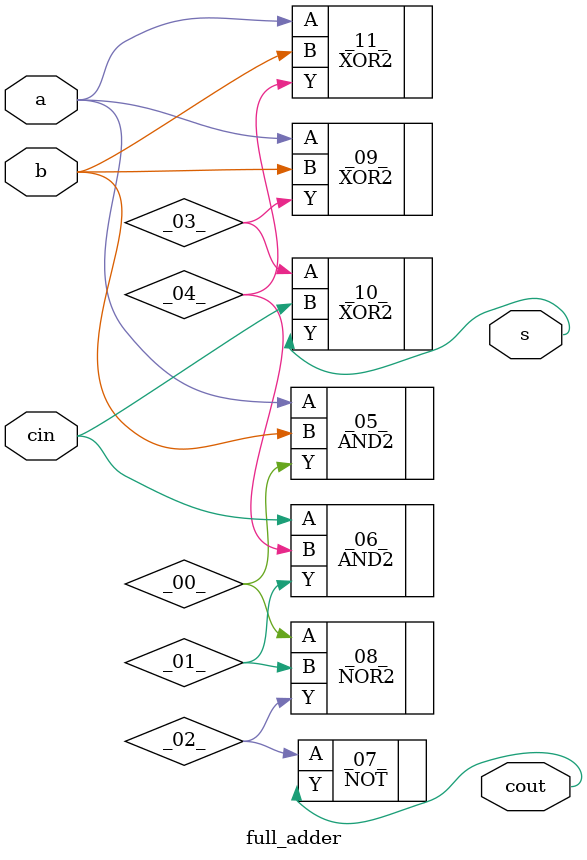
<source format=v>


module full_adder (
    a,
    b,
    cin,
    s,
    cout
);

  input a;
  wire a;
  input b;
  wire b;
  input cin;
  wire cin;
  output s;
  wire s;
  output cout;
  wire cout;

  AND2 _05_ (
      .A(a),
      .B(b),
      .Y(_00_)
  );
  AND2 _06_ (
      .A(cin),
      .B(_04_),
      .Y(_01_)
  );
  NOT _07_ (
      .A(_02_),
      .Y(cout)
  );
  NOR2 _08_ (
      .A(_00_),
      .B(_01_),
      .Y(_02_)
  );
  XOR2 _09_ (
      .A(a),
      .B(b),
      .Y(_03_)
  );
  XOR2 _10_ (
      .A(_03_),
      .B(cin),
      .Y(s)
  );
  XOR2 _11_ (
      .A(a),
      .B(b),
      .Y(_04_)
  );

  // CHECK: NOT #(
  // CHECK: ) __0__ (
  // CHECK:     .A(b),
  // CHECK:     .Y(tmp3)
  // CHECK: );
  // CHECK: NOT #(
  // CHECK: ) __1__ (
  // CHECK:     .A(a),
  // CHECK:     .Y(tmp5)
  // CHECK: );
  // CHECK: AND2 #(
  // CHECK: ) __2__ (
  // CHECK:     .A(tmp5),
  // CHECK:     .B(tmp3),
  // CHECK:     .Y(tmp6)
  // CHECK: );
  // CHECK: NOT #(
  // CHECK: ) __3__ (
  // CHECK:     .A(tmp6),
  // CHECK:     .Y(tmp7)
  // CHECK: );
  // CHECK: AND2 #(
  // CHECK: ) __4__ (
  // CHECK:     .A(a),
  // CHECK:     .B(b),
  // CHECK:     .Y(tmp8)
  // CHECK: );
  // CHECK: NOT #(
  // CHECK: ) __5__ (
  // CHECK:     .A(tmp8),
  // CHECK:     .Y(tmp9)
  // CHECK: );
  // CHECK: NOT #(
  // CHECK: ) __6__ (
  // CHECK:     .A(cin),
  // CHECK:     .Y(tmp11)
  // CHECK: );
  // CHECK: AND2 #(
  // CHECK: ) __7__ (
  // CHECK:     .A(tmp11),
  // CHECK:     .B(tmp9),
  // CHECK:     .Y(tmp12)
  // CHECK: );
  // CHECK: NOT #(
  // CHECK: ) __8__ (
  // CHECK:     .A(tmp12),
  // CHECK:     .Y(tmp13)
  // CHECK: );
  // CHECK: AND2 #(
  // CHECK: ) __9__ (
  // CHECK:     .A(tmp13),
  // CHECK:     .B(tmp7),
  // CHECK:     .Y(cout)
  // CHECK: );
  // CHECK: AND2 #(
  // CHECK: ) __10__ (
  // CHECK:     .A(a),
  // CHECK:     .B(tmp3),
  // CHECK:     .Y(tmp14)
  // CHECK: );
  // CHECK: NOT #(
  // CHECK: ) __11__ (
  // CHECK:     .A(tmp14),
  // CHECK:     .Y(tmp15)
  // CHECK: );
  // CHECK: AND2 #(
  // CHECK: ) __12__ (
  // CHECK:     .A(b),
  // CHECK:     .B(tmp5),
  // CHECK:     .Y(tmp16)
  // CHECK: );
  // CHECK: NOT #(
  // CHECK: ) __13__ (
  // CHECK:     .A(tmp16),
  // CHECK:     .Y(tmp17)
  // CHECK: );
  // CHECK: AND2 #(
  // CHECK: ) __14__ (
  // CHECK:     .A(tmp17),
  // CHECK:     .B(tmp15),
  // CHECK:     .Y(tmp18)
  // CHECK: );
  // CHECK: AND2 #(
  // CHECK: ) __15__ (
  // CHECK:     .A(tmp11),
  // CHECK:     .B(tmp18),
  // CHECK:     .Y(tmp19)
  // CHECK: );
  // CHECK: NOT #(
  // CHECK: ) __16__ (
  // CHECK:     .A(tmp19),
  // CHECK:     .Y(tmp20)
  // CHECK: );
  // CHECK: AND2 #(
  // CHECK: ) __17__ (
  // CHECK:     .A(cin),
  // CHECK:     .B(tmp9),
  // CHECK:     .Y(tmp21)
  // CHECK: );
  // CHECK: AND2 #(
  // CHECK: ) __18__ (
  // CHECK:     .A(tmp7),
  // CHECK:     .B(tmp21),
  // CHECK:     .Y(tmp22)
  // CHECK: );
  // CHECK: NOT #(
  // CHECK: ) __19__ (
  // CHECK:     .A(tmp22),
  // CHECK:     .Y(tmp23)
  // CHECK: );
  // CHECK: AND2 #(
  // CHECK: ) __20__ (
  // CHECK:     .A(tmp23),
  // CHECK:     .B(tmp20),
  // CHECK:     .Y(s)
  // CHECK: );

endmodule

</source>
